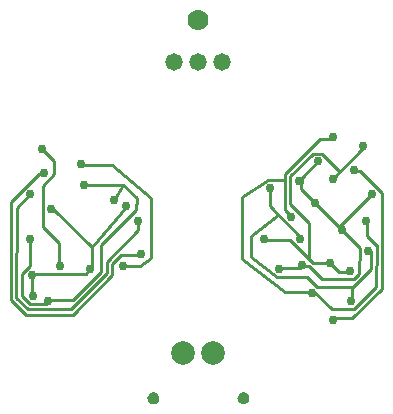
<source format=gbr>
G04 EAGLE Gerber X2 export*
%TF.Part,Single*%
%TF.FileFunction,Soldermask,Top,1*%
%TF.FilePolarity,Negative*%
%TF.GenerationSoftware,Autodesk,EAGLE,8.7.0*%
%TF.CreationDate,2018-06-27T00:28:53Z*%
G75*
%MOMM*%
%FSLAX34Y34*%
%LPD*%
%AMOC8*
5,1,8,0,0,1.08239X$1,22.5*%
G01*
%ADD10C,1.778000*%
%ADD11C,0.254000*%
%ADD12C,2.006600*%
%ADD13C,1.477000*%
%ADD14C,0.762000*%

G36*
X228667Y35643D02*
X228667Y35643D01*
X228742Y35640D01*
X229718Y35742D01*
X229766Y35756D01*
X229856Y35772D01*
X230785Y36088D01*
X230829Y36113D01*
X230914Y36149D01*
X231749Y36663D01*
X231786Y36697D01*
X231861Y36751D01*
X232561Y37439D01*
X232590Y37480D01*
X232650Y37549D01*
X233179Y38376D01*
X233198Y38422D01*
X233242Y38503D01*
X233574Y39426D01*
X233582Y39476D01*
X233607Y39565D01*
X233725Y40539D01*
X233722Y40589D01*
X233726Y40675D01*
X233631Y41677D01*
X233617Y41726D01*
X233601Y41816D01*
X233285Y42772D01*
X233261Y42817D01*
X233226Y42901D01*
X232704Y43762D01*
X232671Y43800D01*
X232618Y43875D01*
X231918Y44599D01*
X231877Y44628D01*
X231808Y44689D01*
X230965Y45239D01*
X230919Y45259D01*
X230838Y45303D01*
X229894Y45651D01*
X229844Y45660D01*
X229756Y45685D01*
X228758Y45815D01*
X228715Y45813D01*
X228589Y45814D01*
X227578Y45675D01*
X227530Y45659D01*
X227440Y45640D01*
X226485Y45278D01*
X226442Y45252D01*
X226358Y45214D01*
X225508Y44649D01*
X225471Y44614D01*
X225399Y44557D01*
X224695Y43818D01*
X224667Y43775D01*
X224609Y43704D01*
X224088Y42826D01*
X224070Y42779D01*
X224029Y42697D01*
X223716Y41725D01*
X223709Y41675D01*
X223688Y41586D01*
X223599Y40568D01*
X223604Y40518D01*
X223603Y40427D01*
X223734Y39463D01*
X223750Y39415D01*
X223769Y39326D01*
X224111Y38415D01*
X224137Y38372D01*
X224176Y38289D01*
X224713Y37477D01*
X224748Y37441D01*
X224804Y37368D01*
X225508Y36696D01*
X225550Y36669D01*
X225621Y36610D01*
X226457Y36112D01*
X226504Y36094D01*
X226586Y36054D01*
X227512Y35754D01*
X227562Y35747D01*
X227651Y35725D01*
X228620Y35639D01*
X228667Y35643D01*
G37*
G36*
X152391Y35567D02*
X152391Y35567D01*
X152466Y35564D01*
X153442Y35666D01*
X153490Y35680D01*
X153580Y35696D01*
X154509Y36012D01*
X154553Y36037D01*
X154638Y36073D01*
X155473Y36587D01*
X155510Y36621D01*
X155585Y36675D01*
X156285Y37363D01*
X156314Y37404D01*
X156374Y37473D01*
X156903Y38300D01*
X156922Y38346D01*
X156966Y38427D01*
X157298Y39350D01*
X157306Y39400D01*
X157331Y39489D01*
X157449Y40463D01*
X157446Y40513D01*
X157450Y40599D01*
X157355Y41601D01*
X157341Y41650D01*
X157325Y41740D01*
X157009Y42696D01*
X156985Y42741D01*
X156950Y42825D01*
X156428Y43686D01*
X156395Y43724D01*
X156342Y43799D01*
X155642Y44523D01*
X155601Y44552D01*
X155532Y44613D01*
X154689Y45163D01*
X154643Y45183D01*
X154562Y45227D01*
X153618Y45575D01*
X153568Y45584D01*
X153480Y45609D01*
X152482Y45739D01*
X152439Y45737D01*
X152313Y45738D01*
X151302Y45599D01*
X151254Y45583D01*
X151164Y45564D01*
X150209Y45202D01*
X150166Y45176D01*
X150082Y45138D01*
X149232Y44573D01*
X149195Y44538D01*
X149123Y44481D01*
X148419Y43742D01*
X148391Y43699D01*
X148333Y43628D01*
X147812Y42750D01*
X147794Y42703D01*
X147753Y42621D01*
X147440Y41649D01*
X147433Y41599D01*
X147412Y41510D01*
X147323Y40492D01*
X147328Y40442D01*
X147327Y40351D01*
X147458Y39387D01*
X147474Y39339D01*
X147493Y39250D01*
X147835Y38339D01*
X147861Y38296D01*
X147900Y38213D01*
X148437Y37401D01*
X148472Y37365D01*
X148528Y37292D01*
X149232Y36620D01*
X149274Y36593D01*
X149345Y36534D01*
X150181Y36036D01*
X150228Y36018D01*
X150310Y35978D01*
X151236Y35678D01*
X151286Y35671D01*
X151375Y35649D01*
X152344Y35563D01*
X152391Y35567D01*
G37*
D10*
X190500Y360680D03*
D11*
X59436Y250444D02*
X58420Y251460D01*
X59436Y250444D02*
X59436Y249936D01*
X68326Y241300D01*
X68199Y230124D01*
X58674Y220599D01*
X58801Y185674D01*
X72644Y171704D01*
X72644Y153416D01*
X73152Y152908D01*
X91821Y238125D02*
X91440Y238760D01*
X91821Y238125D02*
X117094Y238125D01*
X150495Y209931D01*
X150495Y159131D01*
X141224Y152400D01*
X127000Y152400D01*
X140716Y162052D02*
X142240Y162560D01*
X140716Y162052D02*
X125349Y161925D01*
X117475Y153924D01*
X117475Y144653D01*
X84074Y111125D01*
X44450Y111125D01*
X31750Y123825D01*
X31750Y206375D01*
X55626Y230251D01*
X59436Y230124D01*
X48260Y213360D02*
X36576Y201676D01*
X36449Y125349D01*
X45974Y115951D01*
X82296Y115824D01*
X112776Y146304D01*
X112776Y155575D01*
X139700Y182880D01*
X139700Y190500D01*
X127000Y220980D02*
X93980Y220980D01*
X119380Y208280D02*
X127000Y220980D01*
X138176Y209804D01*
X138049Y200025D01*
X107950Y169926D01*
X107950Y147701D01*
X84074Y123825D01*
X63627Y123825D01*
X61976Y120650D01*
X47625Y120650D01*
X41275Y127000D01*
X41275Y146050D01*
X47625Y152400D01*
X47752Y174244D01*
X49276Y129032D02*
X49784Y127000D01*
X49276Y129032D02*
X49276Y146050D01*
X95250Y146050D01*
X99568Y150876D01*
X100076Y151003D01*
X100076Y168275D01*
X100076Y168402D01*
X99822Y169164D01*
X68199Y200152D02*
X66040Y200660D01*
X68199Y200152D02*
X100076Y168275D01*
X100076Y168402D02*
X129921Y203454D01*
X302768Y260350D02*
X305054Y261112D01*
X302768Y260350D02*
X293624Y260350D01*
X263652Y230124D01*
X263525Y200025D01*
X269367Y193929D01*
X263652Y225425D02*
X249174Y225425D01*
X227330Y211201D01*
X227330Y158750D01*
X263525Y130175D01*
X286258Y130175D01*
X288798Y129794D01*
X288798Y130302D01*
X303276Y115824D01*
X322199Y115951D01*
X341249Y134874D01*
X341376Y169926D01*
X340868Y170434D01*
X333248Y177800D01*
X333248Y190246D01*
X329184Y251460D02*
X330454Y253492D01*
X329184Y251460D02*
X304292Y226568D01*
X310388Y232410D02*
X294894Y247650D01*
X287528Y247650D01*
X268224Y228600D01*
X268224Y204978D01*
X283972Y188976D01*
X283972Y158750D01*
X287528Y155448D01*
X301752Y155448D01*
X309372Y147574D01*
X317754Y147574D01*
X247904Y174752D02*
X246126Y175514D01*
X247904Y174752D02*
X267970Y174752D01*
X283972Y158750D01*
X250825Y216789D02*
X250952Y218186D01*
X250825Y216789D02*
X250825Y203200D01*
X276860Y177038D01*
X257810Y195961D02*
X234696Y177800D01*
X234696Y160274D01*
X257048Y143002D01*
X282448Y143002D01*
X290576Y134874D01*
X321056Y134874D01*
X320675Y134493D01*
X320675Y123825D01*
X320929Y133604D02*
X336550Y149606D01*
X336550Y164846D01*
X327406Y233172D02*
X322834Y233172D01*
X327406Y233172D02*
X346075Y214376D01*
X346075Y133350D01*
X320548Y108204D01*
X305054Y108204D01*
X276860Y150876D02*
X260096Y150876D01*
X276860Y150876D02*
X278130Y152654D01*
X280162Y152400D01*
X284226Y152400D01*
X295402Y141224D01*
X322326Y141478D01*
X326898Y146050D01*
X327152Y167894D01*
X277622Y217678D01*
X277876Y227076D01*
X292100Y241554D01*
X336550Y212725D02*
X337820Y213360D01*
X336550Y212725D02*
X309626Y185928D01*
D12*
X177800Y78740D03*
X203200Y78740D03*
D13*
X170180Y325120D03*
X190500Y325120D03*
X210820Y325120D03*
D14*
X251460Y218440D03*
X334010Y165100D03*
X276860Y175260D03*
X320040Y123190D03*
X304800Y106680D03*
X322580Y233680D03*
X259080Y149860D03*
X337820Y213360D03*
X292100Y241300D03*
X289560Y205740D03*
X312420Y182880D03*
X275590Y224790D03*
X278130Y153670D03*
X246380Y175260D03*
X302260Y154940D03*
X318770Y148590D03*
X304800Y226060D03*
X330200Y254000D03*
X287020Y129540D03*
X269240Y194310D03*
X304800Y261620D03*
X332740Y190500D03*
X127000Y152400D03*
X91440Y238760D03*
X129540Y203200D03*
X49530Y144780D03*
X66040Y200660D03*
X99060Y149860D03*
X50800Y127000D03*
X59690Y231140D03*
X142240Y162560D03*
X73660Y152400D03*
X58420Y251460D03*
X93980Y220980D03*
X48260Y175260D03*
X63500Y123190D03*
X119380Y208280D03*
X48260Y213360D03*
X139700Y190500D03*
M02*

</source>
